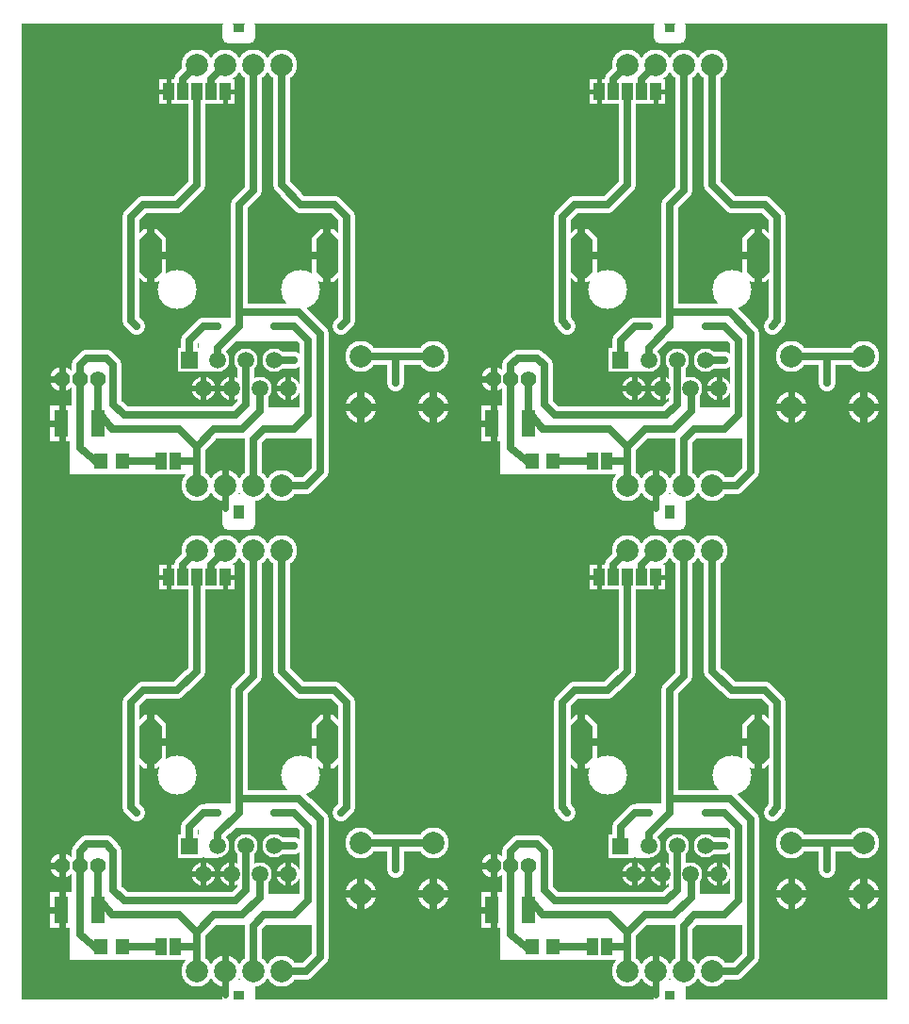
<source format=gbr>
%FSLAX34Y34*%
%MOMM*%
%LNCOPPER_BOTTOM*%
G71*
G01*
%ADD10C, 3.500*%
%ADD11C, 2.100*%
%ADD12C, 2.200*%
%ADD13C, 2.800*%
%ADD14C, 1.500*%
%ADD15C, 1.100*%
%ADD16C, 1.100*%
%ADD17C, 1.000*%
%ADD18C, 0.500*%
%ADD19C, 0.600*%
%ADD20R, 1.800X2.300*%
%ADD21C, 0.400*%
%ADD22C, 0.100*%
%ADD23C, 0.700*%
%ADD24R, 2.100X2.200*%
%ADD25C, 0.667*%
%ADD26C, 1.500*%
%ADD27C, 1.400*%
%ADD28C, 2.000*%
%ADD29C, 0.700*%
%ADD30C, 0.700*%
%ADD31R, 1.000X1.500*%
%ADD32R, 1.300X1.400*%
%LPD*%
G36*
X12Y12D02*
X778012Y12D01*
X778012Y-875988D01*
X12Y-875988D01*
X12Y12D01*
G37*
%LPC*%
X250825Y-238125D02*
G54D10*
D03*
X201613Y-301625D02*
G54D11*
D03*
X188813Y-327025D02*
G54D11*
D03*
X163413Y-327025D02*
G54D11*
D03*
X227013Y-301625D02*
G54D11*
D03*
G36*
X161313Y-312125D02*
X140313Y-312125D01*
X140313Y-291125D01*
X161313Y-291125D01*
X161313Y-312125D01*
G37*
X214213Y-327025D02*
G54D11*
D03*
X239613Y-327025D02*
G54D11*
D03*
X176213Y-301625D02*
G54D11*
D03*
X139700Y-238125D02*
G54D10*
D03*
G36*
X101913Y-192152D02*
X110103Y-183962D01*
X121723Y-183962D01*
X129913Y-192152D01*
X129913Y-223772D01*
X121723Y-231962D01*
X110103Y-231962D01*
X101913Y-223772D01*
X101913Y-192152D01*
G37*
G36*
X260613Y-192152D02*
X268803Y-183962D01*
X280423Y-183962D01*
X288613Y-192152D01*
X288613Y-223772D01*
X280423Y-231962D01*
X268803Y-231962D01*
X260613Y-223772D01*
X260613Y-192152D01*
G37*
X36538Y-319063D02*
G54D12*
D03*
X52388Y-319088D02*
G54D12*
D03*
X68263Y-319088D02*
G54D12*
D03*
X369913Y-344463D02*
G54D13*
D03*
X369888Y-298450D02*
G54D13*
D03*
X304813Y-344463D02*
G54D13*
D03*
X304800Y-298575D02*
G54D13*
D03*
X233363Y-414338D02*
G54D13*
D03*
X207963Y-414338D02*
G54D13*
D03*
X182563Y-414338D02*
G54D13*
D03*
X157163Y-414338D02*
G54D13*
D03*
G54D14*
X214313Y-328613D02*
X214313Y-347663D01*
X198438Y-363538D01*
X173038Y-363538D01*
X157163Y-379413D01*
X157163Y-411163D01*
G54D14*
X68263Y-319088D02*
X68263Y-347663D01*
X80963Y-363538D01*
X141288Y-363538D01*
X157163Y-379413D01*
G54D14*
X201613Y-300038D02*
X201613Y-341313D01*
X192088Y-350838D01*
X92075Y-350838D01*
X82550Y-341313D01*
G54D14*
X82550Y-341313D02*
X82550Y-306388D01*
X76200Y-300038D01*
G54D14*
X76200Y-300038D02*
X58738Y-300038D01*
X52388Y-306388D01*
X52388Y-319088D01*
G54D14*
X268300Y-301613D02*
X268300Y-401625D01*
X255600Y-414325D01*
X233375Y-414325D01*
X287350Y-271450D02*
G54D15*
D03*
X227013Y-271462D02*
G54D16*
D03*
G54D14*
X268300Y-301613D02*
X268300Y-277800D01*
X249250Y-258750D01*
X103188Y-363538D02*
G54D15*
D03*
X336550Y-322263D02*
G54D15*
D03*
G54D14*
X227013Y-301625D02*
X244475Y-301625D01*
X103200Y-271450D02*
G54D15*
D03*
X176213Y-271462D02*
G54D15*
D03*
X244475Y-301625D02*
G54D15*
D03*
X185800Y-436563D02*
G54D17*
D03*
X185800Y-433388D02*
G54D17*
D03*
X185800Y-430213D02*
G54D17*
D03*
X185800Y-427038D02*
G54D17*
D03*
X188975Y-427038D02*
G54D17*
D03*
X192150Y-427038D02*
G54D17*
D03*
X195325Y-427038D02*
G54D17*
D03*
X198500Y-427038D02*
G54D17*
D03*
X201675Y-427038D02*
G54D17*
D03*
X204850Y-427038D02*
G54D17*
D03*
X204850Y-430213D02*
G54D17*
D03*
X204850Y-433388D02*
G54D17*
D03*
X204850Y-436563D02*
G54D17*
D03*
X185800Y-3175D02*
G54D17*
D03*
X185800Y-6350D02*
G54D17*
D03*
X185800Y-9525D02*
G54D17*
D03*
X185800Y-12700D02*
G54D17*
D03*
X188975Y-12700D02*
G54D17*
D03*
X192150Y-12700D02*
G54D17*
D03*
X195325Y-12700D02*
G54D17*
D03*
X198500Y-12700D02*
G54D17*
D03*
X201675Y-12700D02*
G54D17*
D03*
X204850Y-12700D02*
G54D17*
D03*
X204850Y-9525D02*
G54D17*
D03*
X204850Y-6350D02*
G54D17*
D03*
X204850Y-3175D02*
G54D17*
D03*
X185800Y-438150D02*
G54D17*
D03*
X204850Y-438150D02*
G54D17*
D03*
X204850Y-434975D02*
G54D17*
D03*
X204850Y-431800D02*
G54D17*
D03*
X204850Y-428625D02*
G54D17*
D03*
X203263Y-427038D02*
G54D17*
D03*
X200088Y-427038D02*
G54D17*
D03*
X196913Y-427038D02*
G54D17*
D03*
X193738Y-427038D02*
G54D17*
D03*
X190563Y-427038D02*
G54D17*
D03*
X187388Y-427038D02*
G54D17*
D03*
X185800Y-428625D02*
G54D17*
D03*
X185800Y-431800D02*
G54D17*
D03*
X185800Y-434975D02*
G54D17*
D03*
X185800Y-4762D02*
G54D17*
D03*
X185800Y-7938D02*
G54D17*
D03*
X185800Y-11112D02*
G54D17*
D03*
X187388Y-12700D02*
G54D17*
D03*
X190563Y-12700D02*
G54D17*
D03*
X193738Y-12700D02*
G54D17*
D03*
X196913Y-12700D02*
G54D17*
D03*
X200088Y-12700D02*
G54D17*
D03*
X203263Y-12700D02*
G54D17*
D03*
X204850Y-11112D02*
G54D17*
D03*
X204850Y-7938D02*
G54D17*
D03*
X204850Y-4762D02*
G54D17*
D03*
X185800Y-1588D02*
G54D17*
D03*
X204850Y-1588D02*
G54D17*
D03*
G54D18*
X163525Y-327013D02*
X149238Y-327013D01*
G54D18*
X188925Y-327013D02*
X163525Y-327013D01*
G54D18*
X228613Y-327013D02*
X239725Y-327013D01*
G54D18*
X163525Y-339713D02*
X163525Y-314313D01*
G54D18*
X188925Y-339713D02*
X188925Y-314313D01*
G54D18*
X239725Y-339713D02*
X239725Y-314313D01*
G54D19*
X182575Y-396863D02*
X182575Y-434963D01*
G54D19*
X34938Y-358763D02*
X19063Y-358763D01*
G54D19*
X36525Y-304788D02*
X36525Y-331775D01*
G54D19*
X34938Y-319075D02*
X20650Y-319075D01*
G54D19*
X36525Y-339713D02*
X36525Y-376225D01*
X169875Y-60312D02*
G54D20*
D03*
X144475Y-60312D02*
G54D20*
D03*
X182575Y-60312D02*
G54D20*
D03*
X157175Y-60312D02*
G54D20*
D03*
G54D14*
X157175Y-36500D02*
X144475Y-49200D01*
X144475Y-55550D01*
G54D14*
X182575Y-36500D02*
X169875Y-49200D01*
X169875Y-57138D01*
X131775Y-60312D02*
G54D20*
D03*
G54D21*
X182575Y-60312D02*
X182575Y-74600D01*
G54D21*
X182575Y-60312D02*
X195275Y-60312D01*
G54D21*
X131775Y-60312D02*
X117488Y-60312D01*
G54D21*
X131775Y-42850D02*
X131775Y-77775D01*
G36*
X57113Y-344463D02*
X274613Y-344463D01*
X274613Y-371463D01*
X57113Y-371463D01*
X57113Y-344463D01*
G37*
G54D22*
X57113Y-344463D02*
X274613Y-344463D01*
X274613Y-371463D01*
X57113Y-371463D01*
X57113Y-344463D01*
G54D14*
X157175Y-60312D02*
X157175Y-144450D01*
X139713Y-161912D01*
G54D14*
X139713Y-161912D02*
X109550Y-161912D01*
X98438Y-173025D01*
G54D14*
X233375Y-36500D02*
X233375Y-144450D01*
X250838Y-161912D01*
G54D14*
X250838Y-161912D02*
X281000Y-161912D01*
X292113Y-173025D01*
G54D14*
X304813Y-298438D02*
X369900Y-298438D01*
G54D14*
X150825Y-301613D02*
X150825Y-284150D01*
X163525Y-271450D01*
X176225Y-271450D01*
G54D14*
X227025Y-271450D02*
X244488Y-271450D01*
X257188Y-284150D01*
G54D14*
X257188Y-284150D02*
X257188Y-350825D01*
X244488Y-363525D01*
G54D14*
X244488Y-363525D02*
X217500Y-363525D01*
X207975Y-373050D01*
X207975Y-414325D01*
G54D14*
X249250Y-258750D02*
X195275Y-258750D01*
G54D14*
X292113Y-173025D02*
X292113Y-266688D01*
X287350Y-271450D01*
G54D14*
X336563Y-322250D02*
X336576Y-298425D01*
G36*
X158813Y-276162D02*
X176213Y-276162D01*
X176213Y-311163D01*
X158813Y-311163D01*
X158813Y-276162D01*
G37*
G54D22*
X158813Y-276162D02*
X176213Y-276162D01*
X176213Y-311163D01*
X158813Y-311163D01*
X158813Y-276162D01*
G36*
X54013Y-303163D02*
X80975Y-303163D01*
X80975Y-312763D01*
X54013Y-312763D01*
X54013Y-303150D01*
X54013Y-303163D01*
G37*
G54D22*
X54013Y-303163D02*
X80975Y-303163D01*
X80975Y-312763D01*
X54013Y-312763D01*
X54013Y-303150D01*
X54013Y-303163D01*
G54D23*
X115900Y-207950D02*
X136538Y-207950D01*
G54D23*
X254012Y-207950D02*
X274650Y-207950D01*
G54D23*
X115900Y-179375D02*
X115900Y-234938D01*
G54D23*
X274650Y-179375D02*
X274650Y-234938D01*
G36*
X249212Y-284162D02*
X165113Y-284162D01*
X165113Y-263562D01*
X249212Y-263562D01*
X249212Y-284162D01*
G37*
G54D22*
X249212Y-284162D02*
X165113Y-284162D01*
X165113Y-263562D01*
X249212Y-263562D01*
X249212Y-284162D01*
G54D14*
X98350Y-173025D02*
X98350Y-266688D01*
X103113Y-271450D01*
G54D14*
X176225Y-300025D02*
X176225Y-290500D01*
X195275Y-271450D01*
X195275Y-161912D01*
G54D14*
X195275Y-161912D02*
X207975Y-149212D01*
X207975Y-36500D01*
G54D14*
X52400Y-319075D02*
X52400Y-380988D01*
X69863Y-395275D01*
X125425Y-392100D02*
G54D20*
D03*
X138125Y-392100D02*
G54D20*
D03*
G54D14*
X90451Y-392100D02*
X125425Y-392100D01*
G54D14*
X157175Y-392100D02*
X138125Y-392100D01*
G36*
X42913Y-371450D02*
X152413Y-371463D01*
X152413Y-403250D01*
X42875Y-403213D01*
X42913Y-371450D01*
G37*
G54D22*
X42913Y-371450D02*
X152413Y-371463D01*
X152413Y-403250D01*
X42875Y-403213D01*
X42913Y-371450D01*
X71451Y-392100D02*
G54D24*
D03*
X90451Y-392100D02*
G54D24*
D03*
G36*
X58276Y-342762D02*
X78276Y-342762D01*
X78276Y-374762D01*
X58276Y-374762D01*
X58276Y-342762D01*
G37*
G36*
X25476Y-342762D02*
X45476Y-342762D01*
X45476Y-374762D01*
X25476Y-374762D01*
X25476Y-342762D01*
G37*
X157163Y-36462D02*
G54D13*
D03*
X182563Y-36462D02*
G54D13*
D03*
X207963Y-36462D02*
G54D13*
D03*
X233363Y-36462D02*
G54D13*
D03*
G36*
X63500Y-325438D02*
X63500Y-344463D01*
X57075Y-344463D01*
X57075Y-325438D01*
X63500Y-325438D01*
G37*
G54D22*
X63500Y-325438D02*
X63500Y-344463D01*
X57075Y-344463D01*
X57075Y-325438D01*
X63500Y-325438D01*
X638175Y-238125D02*
G54D10*
D03*
X588962Y-301625D02*
G54D11*
D03*
X576162Y-327025D02*
G54D11*
D03*
X550762Y-327025D02*
G54D11*
D03*
X614362Y-301625D02*
G54D11*
D03*
G36*
X548662Y-312125D02*
X527662Y-312125D01*
X527662Y-291125D01*
X548662Y-291125D01*
X548662Y-312125D01*
G37*
X601562Y-327025D02*
G54D11*
D03*
X626962Y-327025D02*
G54D11*
D03*
X563562Y-301625D02*
G54D11*
D03*
X527050Y-238125D02*
G54D10*
D03*
G36*
X489262Y-192152D02*
X497452Y-183962D01*
X509072Y-183962D01*
X517262Y-192152D01*
X517262Y-223772D01*
X509072Y-231962D01*
X497452Y-231962D01*
X489262Y-223772D01*
X489262Y-192152D01*
G37*
G36*
X647962Y-192152D02*
X656152Y-183962D01*
X667772Y-183962D01*
X675962Y-192152D01*
X675962Y-223772D01*
X667772Y-231962D01*
X656152Y-231962D01*
X647962Y-223772D01*
X647962Y-192152D01*
G37*
X423888Y-319063D02*
G54D12*
D03*
X439738Y-319088D02*
G54D12*
D03*
X455612Y-319088D02*
G54D12*
D03*
X757262Y-344463D02*
G54D13*
D03*
X757238Y-298450D02*
G54D13*
D03*
X692162Y-344463D02*
G54D13*
D03*
X692150Y-298575D02*
G54D13*
D03*
X620712Y-414338D02*
G54D13*
D03*
X595312Y-414338D02*
G54D13*
D03*
X569912Y-414338D02*
G54D13*
D03*
X544512Y-414338D02*
G54D13*
D03*
G54D14*
X601662Y-328613D02*
X601662Y-347663D01*
X585788Y-363538D01*
X560388Y-363538D01*
X544512Y-379413D01*
X544512Y-411163D01*
G54D14*
X455612Y-319088D02*
X455612Y-347663D01*
X468312Y-363538D01*
X528638Y-363538D01*
X544512Y-379413D01*
G54D14*
X588962Y-300038D02*
X588962Y-341313D01*
X579438Y-350838D01*
X479425Y-350838D01*
X469900Y-341313D01*
G54D14*
X469900Y-341313D02*
X469900Y-306388D01*
X463550Y-300038D01*
G54D14*
X463550Y-300038D02*
X446088Y-300038D01*
X439738Y-306388D01*
X439738Y-319088D01*
G54D14*
X655650Y-301613D02*
X655650Y-401625D01*
X642950Y-414325D01*
X620725Y-414325D01*
X674700Y-271450D02*
G54D15*
D03*
X614362Y-271462D02*
G54D16*
D03*
G54D14*
X655650Y-301613D02*
X655650Y-277800D01*
X636600Y-258750D01*
X490538Y-363538D02*
G54D15*
D03*
X723900Y-322263D02*
G54D15*
D03*
G54D14*
X614362Y-301625D02*
X631825Y-301625D01*
X490550Y-271450D02*
G54D15*
D03*
X563562Y-271462D02*
G54D15*
D03*
X631825Y-301625D02*
G54D15*
D03*
X573150Y-436563D02*
G54D17*
D03*
X573150Y-433388D02*
G54D17*
D03*
X573150Y-430213D02*
G54D17*
D03*
X573150Y-427038D02*
G54D17*
D03*
X576325Y-427038D02*
G54D17*
D03*
X579500Y-427038D02*
G54D17*
D03*
X582675Y-427038D02*
G54D17*
D03*
X585850Y-427038D02*
G54D17*
D03*
X589025Y-427038D02*
G54D17*
D03*
X592200Y-427038D02*
G54D17*
D03*
X592200Y-430213D02*
G54D17*
D03*
X592200Y-433388D02*
G54D17*
D03*
X592200Y-436563D02*
G54D17*
D03*
X573150Y-3175D02*
G54D17*
D03*
X573150Y-6350D02*
G54D17*
D03*
X573150Y-9525D02*
G54D17*
D03*
X573150Y-12700D02*
G54D17*
D03*
X576325Y-12700D02*
G54D17*
D03*
X579500Y-12700D02*
G54D17*
D03*
X582675Y-12700D02*
G54D17*
D03*
X585850Y-12700D02*
G54D17*
D03*
X589025Y-12700D02*
G54D17*
D03*
X592200Y-12700D02*
G54D17*
D03*
X592200Y-9525D02*
G54D17*
D03*
X592200Y-6350D02*
G54D17*
D03*
X592200Y-3175D02*
G54D17*
D03*
X573150Y-438150D02*
G54D17*
D03*
X592200Y-438150D02*
G54D17*
D03*
X592200Y-434975D02*
G54D17*
D03*
X592200Y-431800D02*
G54D17*
D03*
X592200Y-428625D02*
G54D17*
D03*
X590612Y-427038D02*
G54D17*
D03*
X587438Y-427038D02*
G54D17*
D03*
X584262Y-427038D02*
G54D17*
D03*
X581088Y-427038D02*
G54D17*
D03*
X577912Y-427038D02*
G54D17*
D03*
X574738Y-427038D02*
G54D17*
D03*
X573150Y-428625D02*
G54D17*
D03*
X573150Y-431800D02*
G54D17*
D03*
X573150Y-434975D02*
G54D17*
D03*
X573150Y-4763D02*
G54D17*
D03*
X573150Y-7938D02*
G54D17*
D03*
X573150Y-11113D02*
G54D17*
D03*
X574738Y-12700D02*
G54D17*
D03*
X577912Y-12700D02*
G54D17*
D03*
X581088Y-12700D02*
G54D17*
D03*
X584262Y-12700D02*
G54D17*
D03*
X587438Y-12700D02*
G54D17*
D03*
X590612Y-12700D02*
G54D17*
D03*
X592200Y-11113D02*
G54D17*
D03*
X592200Y-7938D02*
G54D17*
D03*
X592200Y-4763D02*
G54D17*
D03*
X573150Y-1588D02*
G54D17*
D03*
X592200Y-1588D02*
G54D17*
D03*
G54D18*
X550875Y-327013D02*
X536588Y-327013D01*
G54D18*
X576275Y-327013D02*
X550875Y-327013D01*
G54D18*
X615962Y-327013D02*
X627075Y-327013D01*
G54D18*
X550875Y-339713D02*
X550875Y-314313D01*
G54D18*
X576275Y-339713D02*
X576275Y-314313D01*
G54D18*
X627075Y-339713D02*
X627075Y-314313D01*
G54D19*
X569925Y-396863D02*
X569925Y-434963D01*
G54D19*
X422288Y-358763D02*
X406412Y-358763D01*
G54D19*
X423875Y-304788D02*
X423875Y-331775D01*
G54D19*
X422288Y-319075D02*
X408000Y-319075D01*
G54D19*
X423875Y-339713D02*
X423875Y-376225D01*
X557225Y-60313D02*
G54D20*
D03*
X531825Y-60313D02*
G54D20*
D03*
X569925Y-60313D02*
G54D20*
D03*
X544525Y-60313D02*
G54D20*
D03*
G54D14*
X544525Y-36500D02*
X531825Y-49200D01*
X531825Y-55550D01*
G54D14*
X569925Y-36500D02*
X557225Y-49200D01*
X557225Y-57138D01*
X519125Y-60313D02*
G54D20*
D03*
G54D21*
X569925Y-60313D02*
X569925Y-74600D01*
G54D21*
X569925Y-60313D02*
X582625Y-60313D01*
G54D21*
X519125Y-60313D02*
X504838Y-60313D01*
G54D21*
X519125Y-42850D02*
X519125Y-77775D01*
G36*
X444462Y-344463D02*
X661962Y-344463D01*
X661962Y-371463D01*
X444462Y-371463D01*
X444462Y-344463D01*
G37*
G54D22*
X444462Y-344463D02*
X661962Y-344463D01*
X661962Y-371463D01*
X444462Y-371463D01*
X444462Y-344463D01*
G54D14*
X544525Y-60313D02*
X544525Y-144450D01*
X527062Y-161913D01*
G54D14*
X527062Y-161913D02*
X496900Y-161913D01*
X485788Y-173025D01*
G54D14*
X620725Y-36500D02*
X620725Y-144450D01*
X638188Y-161913D01*
G54D14*
X638188Y-161913D02*
X668350Y-161913D01*
X679462Y-173025D01*
G54D14*
X692162Y-298438D02*
X757250Y-298438D01*
G54D14*
X538175Y-301613D02*
X538175Y-284150D01*
X550875Y-271450D01*
X563575Y-271450D01*
G54D14*
X614375Y-271450D02*
X631838Y-271450D01*
X644538Y-284150D01*
G54D14*
X644538Y-284150D02*
X644538Y-350825D01*
X631838Y-363525D01*
G54D14*
X631838Y-363525D02*
X604850Y-363525D01*
X595325Y-373050D01*
X595325Y-414325D01*
G54D14*
X636600Y-258750D02*
X582625Y-258750D01*
G54D14*
X679462Y-173025D02*
X679462Y-266688D01*
X674700Y-271450D01*
G54D14*
X723913Y-322250D02*
X723926Y-298425D01*
G36*
X546162Y-276162D02*
X563562Y-276162D01*
X563562Y-311163D01*
X546162Y-311163D01*
X546162Y-276162D01*
G37*
G54D22*
X546162Y-276162D02*
X563562Y-276162D01*
X563562Y-311163D01*
X546162Y-311163D01*
X546162Y-276162D01*
G36*
X441362Y-303163D02*
X468325Y-303163D01*
X468325Y-312763D01*
X441362Y-312763D01*
X441362Y-303150D01*
X441362Y-303163D01*
G37*
G54D22*
X441362Y-303163D02*
X468325Y-303163D01*
X468325Y-312763D01*
X441362Y-312763D01*
X441362Y-303150D01*
X441362Y-303163D01*
G54D23*
X503250Y-207950D02*
X523888Y-207950D01*
G54D23*
X641362Y-207950D02*
X662000Y-207950D01*
G54D23*
X503250Y-179375D02*
X503250Y-234938D01*
G54D23*
X662000Y-179375D02*
X662000Y-234938D01*
G36*
X636562Y-284162D02*
X552462Y-284162D01*
X552462Y-263562D01*
X636562Y-263562D01*
X636562Y-284162D01*
G37*
G54D22*
X636562Y-284162D02*
X552462Y-284162D01*
X552462Y-263562D01*
X636562Y-263562D01*
X636562Y-284162D01*
G54D14*
X485700Y-173025D02*
X485700Y-266688D01*
X490462Y-271450D01*
G54D14*
X563575Y-300025D02*
X563575Y-290500D01*
X582625Y-271450D01*
X582625Y-161913D01*
G54D14*
X582625Y-161913D02*
X595325Y-149213D01*
X595325Y-36500D01*
G54D14*
X439750Y-319075D02*
X439750Y-380988D01*
X457212Y-395275D01*
X512775Y-392100D02*
G54D20*
D03*
X525475Y-392100D02*
G54D20*
D03*
G54D14*
X477800Y-392100D02*
X512775Y-392100D01*
G54D14*
X544525Y-392100D02*
X525475Y-392100D01*
G36*
X430262Y-371450D02*
X539762Y-371463D01*
X539762Y-403250D01*
X430225Y-403213D01*
X430262Y-371450D01*
G37*
G54D22*
X430262Y-371450D02*
X539762Y-371463D01*
X539762Y-403250D01*
X430225Y-403213D01*
X430262Y-371450D01*
X458800Y-392100D02*
G54D24*
D03*
X477800Y-392100D02*
G54D24*
D03*
G36*
X445626Y-342762D02*
X465626Y-342762D01*
X465626Y-374762D01*
X445626Y-374762D01*
X445626Y-342762D01*
G37*
G36*
X412826Y-342762D02*
X432826Y-342762D01*
X432826Y-374762D01*
X412826Y-374762D01*
X412826Y-342762D01*
G37*
X544512Y-36463D02*
G54D13*
D03*
X569912Y-36463D02*
G54D13*
D03*
X595312Y-36463D02*
G54D13*
D03*
X620712Y-36463D02*
G54D13*
D03*
G36*
X450850Y-325438D02*
X450850Y-344463D01*
X444425Y-344463D01*
X444425Y-325438D01*
X450850Y-325438D01*
G37*
G54D22*
X450850Y-325438D02*
X450850Y-344463D01*
X444425Y-344463D01*
X444425Y-325438D01*
X450850Y-325438D01*
X250825Y-674688D02*
G54D10*
D03*
X201613Y-738188D02*
G54D11*
D03*
X188813Y-763588D02*
G54D11*
D03*
X163413Y-763588D02*
G54D11*
D03*
X227013Y-738188D02*
G54D11*
D03*
G36*
X161313Y-748688D02*
X140313Y-748688D01*
X140313Y-727688D01*
X161313Y-727688D01*
X161313Y-748688D01*
G37*
X214213Y-763588D02*
G54D11*
D03*
X239613Y-763588D02*
G54D11*
D03*
X176213Y-738188D02*
G54D11*
D03*
X139700Y-674688D02*
G54D10*
D03*
G36*
X101913Y-628715D02*
X110103Y-620525D01*
X121723Y-620525D01*
X129913Y-628715D01*
X129913Y-660335D01*
X121723Y-668525D01*
X110103Y-668525D01*
X101913Y-660335D01*
X101913Y-628715D01*
G37*
G36*
X260613Y-628715D02*
X268803Y-620525D01*
X280423Y-620525D01*
X288613Y-628715D01*
X288613Y-660335D01*
X280423Y-668525D01*
X268803Y-668525D01*
X260613Y-660335D01*
X260613Y-628715D01*
G37*
X36538Y-755625D02*
G54D12*
D03*
X52388Y-755650D02*
G54D12*
D03*
X68263Y-755650D02*
G54D12*
D03*
X369913Y-781025D02*
G54D13*
D03*
X369888Y-735013D02*
G54D13*
D03*
X304813Y-781025D02*
G54D13*
D03*
X304800Y-735138D02*
G54D13*
D03*
X233363Y-850900D02*
G54D13*
D03*
X207963Y-850900D02*
G54D13*
D03*
X182563Y-850900D02*
G54D13*
D03*
X157163Y-850900D02*
G54D13*
D03*
G54D14*
X214313Y-765175D02*
X214313Y-784225D01*
X198438Y-800100D01*
X173038Y-800100D01*
X157163Y-815975D01*
X157163Y-847725D01*
G54D14*
X68263Y-755650D02*
X68263Y-784225D01*
X80963Y-800100D01*
X141288Y-800100D01*
X157163Y-815975D01*
G54D14*
X201613Y-736600D02*
X201613Y-777875D01*
X192088Y-787400D01*
X92075Y-787400D01*
X82550Y-777875D01*
G54D14*
X82550Y-777875D02*
X82550Y-742950D01*
X76200Y-736600D01*
G54D14*
X76200Y-736600D02*
X58738Y-736600D01*
X52388Y-742950D01*
X52388Y-755650D01*
G54D14*
X268300Y-738175D02*
X268300Y-838188D01*
X255600Y-850888D01*
X233375Y-850888D01*
X287350Y-708012D02*
G54D15*
D03*
X227013Y-708025D02*
G54D16*
D03*
G54D14*
X268300Y-738175D02*
X268300Y-714362D01*
X249250Y-695312D01*
X103188Y-800100D02*
G54D15*
D03*
X336550Y-758825D02*
G54D15*
D03*
G54D14*
X227013Y-738188D02*
X244475Y-738188D01*
X103200Y-708012D02*
G54D15*
D03*
X176213Y-708025D02*
G54D15*
D03*
X244475Y-738188D02*
G54D15*
D03*
X185800Y-873125D02*
G54D17*
D03*
X185800Y-869950D02*
G54D17*
D03*
X185800Y-866775D02*
G54D17*
D03*
X185800Y-863600D02*
G54D17*
D03*
X188975Y-863600D02*
G54D17*
D03*
X192150Y-863600D02*
G54D17*
D03*
X195325Y-863600D02*
G54D17*
D03*
X198500Y-863600D02*
G54D17*
D03*
X201675Y-863600D02*
G54D17*
D03*
X204850Y-863600D02*
G54D17*
D03*
X204850Y-866775D02*
G54D17*
D03*
X204850Y-869950D02*
G54D17*
D03*
X204850Y-873125D02*
G54D17*
D03*
X185800Y-439738D02*
G54D17*
D03*
X185800Y-442912D02*
G54D17*
D03*
X185800Y-446088D02*
G54D17*
D03*
X185800Y-449262D02*
G54D17*
D03*
X188975Y-449262D02*
G54D17*
D03*
X192150Y-449262D02*
G54D17*
D03*
X195325Y-449262D02*
G54D17*
D03*
X198500Y-449262D02*
G54D17*
D03*
X201675Y-449262D02*
G54D17*
D03*
X204850Y-449262D02*
G54D17*
D03*
X204850Y-446088D02*
G54D17*
D03*
X204850Y-442912D02*
G54D17*
D03*
X204850Y-439738D02*
G54D17*
D03*
X185800Y-874713D02*
G54D17*
D03*
X204850Y-874713D02*
G54D17*
D03*
X204850Y-871538D02*
G54D17*
D03*
X204850Y-868363D02*
G54D17*
D03*
X204850Y-865188D02*
G54D17*
D03*
X203263Y-863600D02*
G54D17*
D03*
X200088Y-863600D02*
G54D17*
D03*
X196913Y-863600D02*
G54D17*
D03*
X193738Y-863600D02*
G54D17*
D03*
X190563Y-863600D02*
G54D17*
D03*
X187388Y-863600D02*
G54D17*
D03*
X185800Y-865188D02*
G54D17*
D03*
X185800Y-868363D02*
G54D17*
D03*
X185800Y-871538D02*
G54D17*
D03*
X185800Y-441325D02*
G54D17*
D03*
X185800Y-444500D02*
G54D17*
D03*
X185800Y-447675D02*
G54D17*
D03*
X187388Y-449262D02*
G54D17*
D03*
X190563Y-449262D02*
G54D17*
D03*
X193738Y-449262D02*
G54D17*
D03*
X196913Y-449262D02*
G54D17*
D03*
X200088Y-449262D02*
G54D17*
D03*
X203263Y-449262D02*
G54D17*
D03*
X204850Y-447675D02*
G54D17*
D03*
X204850Y-444500D02*
G54D17*
D03*
X204850Y-441325D02*
G54D17*
D03*
X185800Y-438150D02*
G54D17*
D03*
X204850Y-438150D02*
G54D17*
D03*
G54D18*
X163525Y-763575D02*
X149238Y-763575D01*
G54D18*
X188925Y-763575D02*
X163525Y-763575D01*
G54D18*
X228613Y-763575D02*
X239725Y-763575D01*
G54D18*
X163525Y-776275D02*
X163525Y-750875D01*
G54D18*
X188925Y-776275D02*
X188925Y-750875D01*
G54D18*
X239725Y-776275D02*
X239725Y-750875D01*
G54D19*
X182575Y-833425D02*
X182575Y-871525D01*
G54D19*
X34938Y-795325D02*
X19063Y-795325D01*
G54D19*
X36525Y-741350D02*
X36525Y-768338D01*
G54D19*
X34938Y-755638D02*
X20650Y-755638D01*
G54D19*
X36525Y-776275D02*
X36525Y-812788D01*
X169875Y-496875D02*
G54D20*
D03*
X144475Y-496875D02*
G54D20*
D03*
X182575Y-496875D02*
G54D20*
D03*
X157175Y-496875D02*
G54D20*
D03*
G54D14*
X157175Y-473062D02*
X144475Y-485762D01*
X144475Y-492112D01*
G54D14*
X182575Y-473062D02*
X169875Y-485762D01*
X169875Y-493700D01*
X131775Y-496875D02*
G54D20*
D03*
G54D21*
X182575Y-496875D02*
X182575Y-511162D01*
G54D21*
X182575Y-496875D02*
X195275Y-496875D01*
G54D21*
X131775Y-496875D02*
X117488Y-496875D01*
G54D21*
X131775Y-479412D02*
X131775Y-514338D01*
G36*
X57113Y-781025D02*
X274613Y-781025D01*
X274613Y-808025D01*
X57113Y-808025D01*
X57113Y-781025D01*
G37*
G54D22*
X57113Y-781025D02*
X274613Y-781025D01*
X274613Y-808025D01*
X57113Y-808025D01*
X57113Y-781025D01*
G54D14*
X157175Y-496875D02*
X157175Y-581012D01*
X139713Y-598475D01*
G54D14*
X139713Y-598475D02*
X109550Y-598475D01*
X98438Y-609588D01*
G54D14*
X233375Y-473062D02*
X233375Y-581012D01*
X250838Y-598475D01*
G54D14*
X250838Y-598475D02*
X281000Y-598475D01*
X292113Y-609588D01*
G54D14*
X304813Y-735000D02*
X369900Y-735000D01*
G54D14*
X150825Y-738175D02*
X150825Y-720712D01*
X163525Y-708012D01*
X176225Y-708012D01*
G54D14*
X227025Y-708012D02*
X244488Y-708012D01*
X257188Y-720712D01*
G54D14*
X257188Y-720712D02*
X257188Y-787388D01*
X244488Y-800088D01*
G54D14*
X244488Y-800088D02*
X217500Y-800088D01*
X207975Y-809613D01*
X207975Y-850888D01*
G54D14*
X249250Y-695312D02*
X195275Y-695312D01*
G54D14*
X292113Y-609588D02*
X292113Y-703250D01*
X287350Y-708012D01*
G54D14*
X336563Y-758812D02*
X336576Y-734987D01*
G36*
X158813Y-712725D02*
X176213Y-712725D01*
X176213Y-747725D01*
X158813Y-747725D01*
X158813Y-712725D01*
G37*
G54D22*
X158813Y-712725D02*
X176213Y-712725D01*
X176213Y-747725D01*
X158813Y-747725D01*
X158813Y-712725D01*
G36*
X54013Y-739725D02*
X80975Y-739725D01*
X80975Y-749325D01*
X54013Y-749325D01*
X54013Y-739713D01*
X54013Y-739725D01*
G37*
G54D22*
X54013Y-739725D02*
X80975Y-739725D01*
X80975Y-749325D01*
X54013Y-749325D01*
X54013Y-739713D01*
X54013Y-739725D01*
G54D23*
X115900Y-644512D02*
X136538Y-644512D01*
G54D23*
X254012Y-644512D02*
X274650Y-644512D01*
G54D23*
X115900Y-615938D02*
X115900Y-671500D01*
G54D23*
X274650Y-615938D02*
X274650Y-671500D01*
G36*
X249212Y-720725D02*
X165113Y-720725D01*
X165113Y-700125D01*
X249212Y-700125D01*
X249212Y-720725D01*
G37*
G54D22*
X249212Y-720725D02*
X165113Y-720725D01*
X165113Y-700125D01*
X249212Y-700125D01*
X249212Y-720725D01*
G54D14*
X98350Y-609588D02*
X98350Y-703250D01*
X103113Y-708012D01*
G54D14*
X176225Y-736588D02*
X176225Y-727063D01*
X195275Y-708012D01*
X195275Y-598475D01*
G54D14*
X195275Y-598475D02*
X207975Y-585775D01*
X207975Y-473062D01*
G54D14*
X52400Y-755638D02*
X52400Y-817550D01*
X69863Y-831838D01*
X125425Y-828663D02*
G54D20*
D03*
X138125Y-828663D02*
G54D20*
D03*
G54D14*
X90451Y-828662D02*
X125425Y-828663D01*
G54D14*
X157175Y-828663D02*
X138125Y-828663D01*
G36*
X42913Y-808013D02*
X152413Y-808025D01*
X152413Y-839813D01*
X42875Y-839775D01*
X42913Y-808013D01*
G37*
G54D22*
X42913Y-808013D02*
X152413Y-808025D01*
X152413Y-839813D01*
X42875Y-839775D01*
X42913Y-808013D01*
X71451Y-828662D02*
G54D24*
D03*
X90451Y-828662D02*
G54D24*
D03*
G36*
X58276Y-779325D02*
X78276Y-779325D01*
X78276Y-811325D01*
X58276Y-811325D01*
X58276Y-779325D01*
G37*
G36*
X25476Y-779325D02*
X45476Y-779325D01*
X45476Y-811325D01*
X25476Y-811325D01*
X25476Y-779325D01*
G37*
X157163Y-473025D02*
G54D13*
D03*
X182563Y-473025D02*
G54D13*
D03*
X207963Y-473025D02*
G54D13*
D03*
X233363Y-473025D02*
G54D13*
D03*
G36*
X63500Y-762000D02*
X63500Y-781025D01*
X57075Y-781025D01*
X57075Y-762000D01*
X63500Y-762000D01*
G37*
G54D22*
X63500Y-762000D02*
X63500Y-781025D01*
X57075Y-781025D01*
X57075Y-762000D01*
X63500Y-762000D01*
X638175Y-674688D02*
G54D10*
D03*
X588962Y-738188D02*
G54D11*
D03*
X576162Y-763588D02*
G54D11*
D03*
X550762Y-763588D02*
G54D11*
D03*
X614362Y-738188D02*
G54D11*
D03*
G36*
X548662Y-748688D02*
X527662Y-748688D01*
X527662Y-727688D01*
X548662Y-727688D01*
X548662Y-748688D01*
G37*
X601562Y-763588D02*
G54D11*
D03*
X626962Y-763588D02*
G54D11*
D03*
X563562Y-738188D02*
G54D11*
D03*
X527050Y-674688D02*
G54D10*
D03*
G36*
X489262Y-628715D02*
X497452Y-620525D01*
X509072Y-620525D01*
X517262Y-628715D01*
X517262Y-660335D01*
X509072Y-668525D01*
X497452Y-668525D01*
X489262Y-660335D01*
X489262Y-628715D01*
G37*
G36*
X647962Y-628715D02*
X656152Y-620525D01*
X667772Y-620525D01*
X675962Y-628715D01*
X675962Y-660335D01*
X667772Y-668525D01*
X656152Y-668525D01*
X647962Y-660335D01*
X647962Y-628715D01*
G37*
X423888Y-755625D02*
G54D12*
D03*
X439738Y-755650D02*
G54D12*
D03*
X455612Y-755650D02*
G54D12*
D03*
X757262Y-781025D02*
G54D13*
D03*
X757238Y-735013D02*
G54D13*
D03*
X692162Y-781025D02*
G54D13*
D03*
X692150Y-735138D02*
G54D13*
D03*
X620712Y-850900D02*
G54D13*
D03*
X595312Y-850900D02*
G54D13*
D03*
X569912Y-850900D02*
G54D13*
D03*
X544512Y-850900D02*
G54D13*
D03*
G54D14*
X601662Y-765175D02*
X601662Y-784225D01*
X585788Y-800100D01*
X560388Y-800100D01*
X544512Y-815975D01*
X544512Y-847725D01*
G54D14*
X455612Y-755650D02*
X455612Y-784225D01*
X468312Y-800100D01*
X528638Y-800100D01*
X544512Y-815975D01*
G54D14*
X588962Y-736600D02*
X588962Y-777875D01*
X579438Y-787400D01*
X479425Y-787400D01*
X469900Y-777875D01*
G54D14*
X469900Y-777875D02*
X469900Y-742950D01*
X463550Y-736600D01*
G54D14*
X463550Y-736600D02*
X446088Y-736600D01*
X439738Y-742950D01*
X439738Y-755650D01*
G54D14*
X655650Y-738175D02*
X655650Y-838188D01*
X642950Y-850888D01*
X620725Y-850888D01*
X674700Y-708012D02*
G54D15*
D03*
X614362Y-708025D02*
G54D16*
D03*
G54D14*
X655650Y-738175D02*
X655650Y-714362D01*
X636600Y-695312D01*
X490538Y-800100D02*
G54D15*
D03*
X723900Y-758825D02*
G54D15*
D03*
G54D14*
X614362Y-738188D02*
X631825Y-738188D01*
X490550Y-708012D02*
G54D15*
D03*
X563562Y-708025D02*
G54D15*
D03*
X631825Y-738188D02*
G54D15*
D03*
X573150Y-873125D02*
G54D17*
D03*
X573150Y-869950D02*
G54D17*
D03*
X573150Y-866775D02*
G54D17*
D03*
X573150Y-863600D02*
G54D17*
D03*
X576325Y-863600D02*
G54D17*
D03*
X579500Y-863600D02*
G54D17*
D03*
X582675Y-863600D02*
G54D17*
D03*
X585850Y-863600D02*
G54D17*
D03*
X589025Y-863600D02*
G54D17*
D03*
X592200Y-863600D02*
G54D17*
D03*
X592200Y-866775D02*
G54D17*
D03*
X592200Y-869950D02*
G54D17*
D03*
X592200Y-873125D02*
G54D17*
D03*
X573150Y-439738D02*
G54D17*
D03*
X573150Y-442912D02*
G54D17*
D03*
X573150Y-446088D02*
G54D17*
D03*
X573150Y-449262D02*
G54D17*
D03*
X576325Y-449262D02*
G54D17*
D03*
X579500Y-449262D02*
G54D17*
D03*
X582675Y-449262D02*
G54D17*
D03*
X585850Y-449262D02*
G54D17*
D03*
X589025Y-449262D02*
G54D17*
D03*
X592200Y-449262D02*
G54D17*
D03*
X592200Y-446088D02*
G54D17*
D03*
X592200Y-442912D02*
G54D17*
D03*
X592200Y-439738D02*
G54D17*
D03*
X573150Y-874713D02*
G54D17*
D03*
X592200Y-874713D02*
G54D17*
D03*
X592200Y-871538D02*
G54D17*
D03*
X592200Y-868363D02*
G54D17*
D03*
X592200Y-865188D02*
G54D17*
D03*
X590612Y-863600D02*
G54D17*
D03*
X587438Y-863600D02*
G54D17*
D03*
X584262Y-863600D02*
G54D17*
D03*
X581088Y-863600D02*
G54D17*
D03*
X577912Y-863600D02*
G54D17*
D03*
X574738Y-863600D02*
G54D17*
D03*
X573150Y-865188D02*
G54D17*
D03*
X573150Y-868363D02*
G54D17*
D03*
X573150Y-871538D02*
G54D17*
D03*
X573150Y-441325D02*
G54D17*
D03*
X573150Y-444500D02*
G54D17*
D03*
X573150Y-447675D02*
G54D17*
D03*
X574738Y-449262D02*
G54D17*
D03*
X577912Y-449262D02*
G54D17*
D03*
X581088Y-449262D02*
G54D17*
D03*
X584262Y-449262D02*
G54D17*
D03*
X587438Y-449262D02*
G54D17*
D03*
X590612Y-449262D02*
G54D17*
D03*
X592200Y-447675D02*
G54D17*
D03*
X592200Y-444500D02*
G54D17*
D03*
X592200Y-441325D02*
G54D17*
D03*
X573150Y-438150D02*
G54D17*
D03*
X592200Y-438150D02*
G54D17*
D03*
G54D18*
X550875Y-763575D02*
X536588Y-763575D01*
G54D18*
X576275Y-763575D02*
X550875Y-763575D01*
G54D18*
X615962Y-763575D02*
X627075Y-763575D01*
G54D18*
X550875Y-776275D02*
X550875Y-750875D01*
G54D18*
X576275Y-776275D02*
X576275Y-750875D01*
G54D18*
X627075Y-776275D02*
X627075Y-750875D01*
G54D19*
X569925Y-833425D02*
X569925Y-871525D01*
G54D19*
X422288Y-795325D02*
X406412Y-795325D01*
G54D19*
X423875Y-741350D02*
X423875Y-768338D01*
G54D19*
X422288Y-755638D02*
X408000Y-755638D01*
G54D19*
X423875Y-776275D02*
X423875Y-812788D01*
X557225Y-496875D02*
G54D20*
D03*
X531825Y-496875D02*
G54D20*
D03*
X569925Y-496875D02*
G54D20*
D03*
X544525Y-496875D02*
G54D20*
D03*
G54D14*
X544525Y-473062D02*
X531825Y-485762D01*
X531825Y-492112D01*
G54D14*
X569925Y-473062D02*
X557225Y-485762D01*
X557225Y-493700D01*
X519125Y-496875D02*
G54D20*
D03*
G54D21*
X569925Y-496875D02*
X569925Y-511162D01*
G54D21*
X569925Y-496875D02*
X582625Y-496875D01*
G54D21*
X519125Y-496875D02*
X504838Y-496875D01*
G54D21*
X519125Y-479412D02*
X519125Y-514338D01*
G36*
X444462Y-781025D02*
X661962Y-781025D01*
X661962Y-808025D01*
X444462Y-808025D01*
X444462Y-781025D01*
G37*
G54D22*
X444462Y-781025D02*
X661962Y-781025D01*
X661962Y-808025D01*
X444462Y-808025D01*
X444462Y-781025D01*
G54D14*
X544525Y-496875D02*
X544525Y-581012D01*
X527062Y-598475D01*
G54D14*
X527062Y-598475D02*
X496900Y-598475D01*
X485788Y-609588D01*
G54D14*
X620725Y-473062D02*
X620725Y-581012D01*
X638188Y-598475D01*
G54D14*
X638188Y-598475D02*
X668350Y-598475D01*
X679462Y-609588D01*
G54D14*
X692162Y-735000D02*
X757250Y-735000D01*
G54D14*
X538175Y-738175D02*
X538175Y-720712D01*
X550875Y-708012D01*
X563575Y-708012D01*
G54D14*
X614375Y-708012D02*
X631838Y-708012D01*
X644538Y-720712D01*
G54D14*
X644538Y-720712D02*
X644538Y-787388D01*
X631838Y-800088D01*
G54D14*
X631838Y-800088D02*
X604850Y-800088D01*
X595325Y-809613D01*
X595325Y-850888D01*
G54D14*
X636600Y-695312D02*
X582625Y-695312D01*
G54D14*
X679462Y-609588D02*
X679462Y-703250D01*
X674700Y-708012D01*
G54D14*
X723913Y-758812D02*
X723926Y-734987D01*
G36*
X546162Y-712725D02*
X563562Y-712725D01*
X563562Y-747725D01*
X546162Y-747725D01*
X546162Y-712725D01*
G37*
G54D22*
X546162Y-712725D02*
X563562Y-712725D01*
X563562Y-747725D01*
X546162Y-747725D01*
X546162Y-712725D01*
G36*
X441362Y-739725D02*
X468325Y-739725D01*
X468325Y-749325D01*
X441362Y-749325D01*
X441362Y-739713D01*
X441362Y-739725D01*
G37*
G54D22*
X441362Y-739725D02*
X468325Y-739725D01*
X468325Y-749325D01*
X441362Y-749325D01*
X441362Y-739713D01*
X441362Y-739725D01*
G54D23*
X503250Y-644512D02*
X523888Y-644512D01*
G54D23*
X641362Y-644512D02*
X662000Y-644512D01*
G54D23*
X503250Y-615938D02*
X503250Y-671500D01*
G54D23*
X662000Y-615938D02*
X662000Y-671500D01*
G36*
X636562Y-720725D02*
X552462Y-720725D01*
X552462Y-700125D01*
X636562Y-700125D01*
X636562Y-720725D01*
G37*
G54D22*
X636562Y-720725D02*
X552462Y-720725D01*
X552462Y-700125D01*
X636562Y-700125D01*
X636562Y-720725D01*
G54D14*
X485700Y-609588D02*
X485700Y-703250D01*
X490462Y-708012D01*
G54D14*
X563575Y-736588D02*
X563575Y-727063D01*
X582625Y-708012D01*
X582625Y-598475D01*
G54D14*
X582625Y-598475D02*
X595325Y-585775D01*
X595325Y-473062D01*
G54D14*
X439750Y-755638D02*
X439750Y-817550D01*
X457212Y-831838D01*
X512775Y-828663D02*
G54D20*
D03*
X525475Y-828663D02*
G54D20*
D03*
G54D14*
X477800Y-828662D02*
X512775Y-828663D01*
G54D14*
X544525Y-828663D02*
X525475Y-828663D01*
G36*
X430262Y-808013D02*
X539762Y-808025D01*
X539762Y-839813D01*
X430225Y-839775D01*
X430262Y-808013D01*
G37*
G54D22*
X430262Y-808013D02*
X539762Y-808025D01*
X539762Y-839813D01*
X430225Y-839775D01*
X430262Y-808013D01*
X458800Y-828662D02*
G54D24*
D03*
X477800Y-828662D02*
G54D24*
D03*
G36*
X445626Y-779325D02*
X465626Y-779325D01*
X465626Y-811325D01*
X445626Y-811325D01*
X445626Y-779325D01*
G37*
G36*
X412826Y-779325D02*
X432826Y-779325D01*
X432826Y-811325D01*
X412826Y-811325D01*
X412826Y-779325D01*
G37*
X544512Y-473025D02*
G54D13*
D03*
X569912Y-473025D02*
G54D13*
D03*
X595312Y-473025D02*
G54D13*
D03*
X620712Y-473025D02*
G54D13*
D03*
G36*
X450850Y-762000D02*
X450850Y-781025D01*
X444425Y-781025D01*
X444425Y-762000D01*
X450850Y-762000D01*
G37*
G54D22*
X450850Y-762000D02*
X450850Y-781025D01*
X444425Y-781025D01*
X444425Y-762000D01*
X450850Y-762000D01*
%LPD*%
G54D25*
G36*
X373246Y-344463D02*
X373246Y-358963D01*
X366579Y-358963D01*
X366579Y-344463D01*
X373246Y-344463D01*
G37*
G36*
X369913Y-347796D02*
X355413Y-347796D01*
X355413Y-341129D01*
X369913Y-341129D01*
X369913Y-347796D01*
G37*
G36*
X366579Y-344463D02*
X366579Y-329963D01*
X373246Y-329963D01*
X373246Y-344463D01*
X366579Y-344463D01*
G37*
G36*
X369913Y-341129D02*
X384413Y-341129D01*
X384413Y-347796D01*
X369913Y-347796D01*
X369913Y-341129D01*
G37*
G54D25*
G36*
X308146Y-344463D02*
X308146Y-358963D01*
X301479Y-358963D01*
X301479Y-344463D01*
X308146Y-344463D01*
G37*
G36*
X304813Y-347796D02*
X290313Y-347796D01*
X290313Y-341129D01*
X304813Y-341129D01*
X304813Y-347796D01*
G37*
G36*
X301479Y-344463D02*
X301479Y-329963D01*
X308146Y-329963D01*
X308146Y-344463D01*
X301479Y-344463D01*
G37*
G36*
X304813Y-341129D02*
X319313Y-341129D01*
X319313Y-347796D01*
X304813Y-347796D01*
X304813Y-341129D01*
G37*
G54D25*
G36*
X760596Y-344463D02*
X760596Y-358963D01*
X753929Y-358963D01*
X753929Y-344463D01*
X760596Y-344463D01*
G37*
G36*
X757262Y-347796D02*
X742762Y-347796D01*
X742762Y-341129D01*
X757262Y-341129D01*
X757262Y-347796D01*
G37*
G36*
X753929Y-344463D02*
X753929Y-329963D01*
X760596Y-329963D01*
X760596Y-344463D01*
X753929Y-344463D01*
G37*
G36*
X757262Y-341129D02*
X771762Y-341129D01*
X771762Y-347796D01*
X757262Y-347796D01*
X757262Y-341129D01*
G37*
G54D25*
G36*
X695496Y-344463D02*
X695496Y-358963D01*
X688829Y-358963D01*
X688829Y-344463D01*
X695496Y-344463D01*
G37*
G36*
X692162Y-347796D02*
X677662Y-347796D01*
X677662Y-341129D01*
X692162Y-341129D01*
X692162Y-347796D01*
G37*
G36*
X688829Y-344463D02*
X688829Y-329963D01*
X695496Y-329963D01*
X695496Y-344463D01*
X688829Y-344463D01*
G37*
G36*
X692162Y-341129D02*
X706662Y-341129D01*
X706662Y-347796D01*
X692162Y-347796D01*
X692162Y-341129D01*
G37*
G54D25*
G36*
X373246Y-781025D02*
X373246Y-795525D01*
X366579Y-795525D01*
X366579Y-781025D01*
X373246Y-781025D01*
G37*
G36*
X369913Y-784358D02*
X355413Y-784358D01*
X355413Y-777692D01*
X369913Y-777692D01*
X369913Y-784358D01*
G37*
G36*
X366579Y-781025D02*
X366579Y-766525D01*
X373246Y-766525D01*
X373246Y-781025D01*
X366579Y-781025D01*
G37*
G36*
X369913Y-777692D02*
X384413Y-777692D01*
X384413Y-784358D01*
X369913Y-784358D01*
X369913Y-777692D01*
G37*
G54D25*
G36*
X308146Y-781025D02*
X308146Y-795525D01*
X301479Y-795525D01*
X301479Y-781025D01*
X308146Y-781025D01*
G37*
G36*
X304813Y-784358D02*
X290313Y-784358D01*
X290313Y-777692D01*
X304813Y-777692D01*
X304813Y-784358D01*
G37*
G36*
X301479Y-781025D02*
X301479Y-766525D01*
X308146Y-766525D01*
X308146Y-781025D01*
X301479Y-781025D01*
G37*
G36*
X304813Y-777692D02*
X319313Y-777692D01*
X319313Y-784358D01*
X304813Y-784358D01*
X304813Y-777692D01*
G37*
G54D25*
G36*
X760596Y-781025D02*
X760596Y-795525D01*
X753929Y-795525D01*
X753929Y-781025D01*
X760596Y-781025D01*
G37*
G36*
X757262Y-784358D02*
X742762Y-784358D01*
X742762Y-777692D01*
X757262Y-777692D01*
X757262Y-784358D01*
G37*
G36*
X753929Y-781025D02*
X753929Y-766525D01*
X760596Y-766525D01*
X760596Y-781025D01*
X753929Y-781025D01*
G37*
G36*
X757262Y-777692D02*
X771762Y-777692D01*
X771762Y-784358D01*
X757262Y-784358D01*
X757262Y-777692D01*
G37*
G54D25*
G36*
X695496Y-781025D02*
X695496Y-795525D01*
X688829Y-795525D01*
X688829Y-781025D01*
X695496Y-781025D01*
G37*
G36*
X692162Y-784358D02*
X677662Y-784358D01*
X677662Y-777692D01*
X692162Y-777692D01*
X692162Y-784358D01*
G37*
G36*
X688829Y-781025D02*
X688829Y-766525D01*
X695496Y-766525D01*
X695496Y-781025D01*
X688829Y-781025D01*
G37*
G36*
X692162Y-777692D02*
X706662Y-777692D01*
X706662Y-784358D01*
X692162Y-784358D01*
X692162Y-777692D01*
G37*
X201613Y-301625D02*
G54D26*
D03*
X188813Y-327025D02*
G54D26*
D03*
X163413Y-327025D02*
G54D26*
D03*
X227013Y-301625D02*
G54D26*
D03*
G36*
X158313Y-309125D02*
X143313Y-309125D01*
X143313Y-294125D01*
X158313Y-294125D01*
X158313Y-309125D01*
G37*
X214213Y-327025D02*
G54D26*
D03*
X239613Y-327025D02*
G54D26*
D03*
X176213Y-301625D02*
G54D26*
D03*
G36*
X105913Y-193812D02*
X111763Y-187962D01*
X120063Y-187962D01*
X125913Y-193812D01*
X125913Y-222112D01*
X120063Y-227962D01*
X111763Y-227962D01*
X105913Y-222112D01*
X105913Y-193812D01*
G37*
G36*
X264613Y-193812D02*
X270463Y-187962D01*
X278763Y-187962D01*
X284613Y-193812D01*
X284613Y-222112D01*
X278763Y-227962D01*
X270463Y-227962D01*
X264613Y-222112D01*
X264613Y-193812D01*
G37*
X36538Y-319063D02*
G54D27*
D03*
X52388Y-319088D02*
G54D27*
D03*
X68263Y-319088D02*
G54D27*
D03*
X369913Y-344463D02*
G54D28*
D03*
X369888Y-298450D02*
G54D28*
D03*
X304813Y-344463D02*
G54D28*
D03*
X304800Y-298575D02*
G54D28*
D03*
X233363Y-414338D02*
G54D28*
D03*
X207963Y-414338D02*
G54D28*
D03*
X182563Y-414338D02*
G54D28*
D03*
X157163Y-414338D02*
G54D28*
D03*
G54D23*
X214313Y-328613D02*
X214313Y-347663D01*
X198438Y-363538D01*
X173038Y-363538D01*
X157163Y-379413D01*
X157163Y-411163D01*
G54D23*
X68263Y-319088D02*
X68263Y-347663D01*
X80963Y-363538D01*
X141288Y-363538D01*
X157163Y-379413D01*
G54D23*
X201613Y-300038D02*
X201613Y-341313D01*
X192088Y-350838D01*
X92075Y-350838D01*
X82550Y-341313D01*
G54D23*
X82550Y-341313D02*
X82550Y-306388D01*
X76200Y-300038D01*
G54D23*
X76200Y-300038D02*
X58738Y-300038D01*
X52388Y-306388D01*
X52388Y-319088D01*
G54D23*
X268300Y-301613D02*
X268300Y-401625D01*
X255600Y-414325D01*
X233375Y-414325D01*
X287350Y-271450D02*
G54D29*
D03*
X227013Y-271462D02*
G54D30*
D03*
G54D23*
X268300Y-301613D02*
X268300Y-277800D01*
X249250Y-258750D01*
X103188Y-363538D02*
G54D29*
D03*
X336550Y-322263D02*
G54D29*
D03*
G54D23*
X227013Y-301625D02*
X244475Y-301625D01*
X103200Y-271450D02*
G54D29*
D03*
X176213Y-271462D02*
G54D29*
D03*
X244475Y-301625D02*
G54D29*
D03*
G54D18*
X163525Y-327013D02*
X149238Y-327013D01*
G54D18*
X188925Y-327013D02*
X163525Y-327013D01*
G54D18*
X228613Y-327013D02*
X239725Y-327013D01*
G54D18*
X163525Y-339713D02*
X163525Y-314313D01*
G54D18*
X188925Y-339713D02*
X188925Y-314313D01*
G54D18*
X239725Y-339713D02*
X239725Y-314313D01*
G54D19*
X182575Y-396863D02*
X182575Y-434963D01*
G54D19*
X34938Y-358763D02*
X19063Y-358763D01*
G54D19*
X36525Y-304788D02*
X36525Y-331775D01*
G54D19*
X34938Y-319075D02*
X20650Y-319075D01*
G54D19*
X36525Y-339713D02*
X36525Y-376225D01*
X169875Y-60312D02*
G54D31*
D03*
X144475Y-60312D02*
G54D31*
D03*
X182575Y-60312D02*
G54D31*
D03*
X157175Y-60312D02*
G54D31*
D03*
G54D23*
X157175Y-36500D02*
X144475Y-49200D01*
X144475Y-55550D01*
G54D23*
X182575Y-36500D02*
X169875Y-49200D01*
X169875Y-57138D01*
X131775Y-60312D02*
G54D31*
D03*
G54D21*
X182575Y-60312D02*
X182575Y-74600D01*
G54D21*
X182575Y-60312D02*
X195275Y-60312D01*
G54D21*
X131775Y-60312D02*
X117488Y-60312D01*
G54D21*
X131775Y-42850D02*
X131775Y-77775D01*
G54D23*
X157175Y-60312D02*
X157175Y-144450D01*
X139713Y-161912D01*
G54D23*
X139713Y-161912D02*
X109550Y-161912D01*
X98438Y-173025D01*
G54D23*
X233375Y-36500D02*
X233375Y-144450D01*
X250838Y-161912D01*
G54D23*
X250838Y-161912D02*
X281000Y-161912D01*
X292113Y-173025D01*
G54D23*
X304813Y-298438D02*
X369900Y-298438D01*
G54D23*
X150825Y-301613D02*
X150825Y-284150D01*
X163525Y-271450D01*
X176225Y-271450D01*
G54D23*
X227025Y-271450D02*
X244488Y-271450D01*
X257188Y-284150D01*
G54D23*
X257188Y-284150D02*
X257188Y-350825D01*
X244488Y-363525D01*
G54D23*
X244488Y-363525D02*
X217500Y-363525D01*
X207975Y-373050D01*
X207975Y-414325D01*
G54D23*
X249250Y-258750D02*
X195275Y-258750D01*
G54D23*
X292113Y-173025D02*
X292113Y-266688D01*
X287350Y-271450D01*
G54D23*
X336563Y-322250D02*
X336576Y-298425D01*
G54D23*
X115900Y-207950D02*
X136538Y-207950D01*
G54D23*
X254012Y-207950D02*
X274650Y-207950D01*
G54D23*
X115900Y-179375D02*
X115900Y-234938D01*
G54D23*
X274650Y-179375D02*
X274650Y-234938D01*
G54D23*
X98350Y-173025D02*
X98350Y-266688D01*
X103113Y-271450D01*
G54D23*
X176225Y-300025D02*
X176225Y-290500D01*
X195275Y-271450D01*
X195275Y-161912D01*
G54D23*
X195275Y-161912D02*
X207975Y-149212D01*
X207975Y-36500D01*
G54D23*
X52400Y-319075D02*
X52400Y-380988D01*
X69863Y-395275D01*
X125425Y-392100D02*
G54D31*
D03*
X138125Y-392100D02*
G54D31*
D03*
G54D23*
X90451Y-392100D02*
X125425Y-392100D01*
G54D23*
X157175Y-392100D02*
X138125Y-392100D01*
X71451Y-392100D02*
G54D32*
D03*
X90451Y-392100D02*
G54D32*
D03*
G36*
X62276Y-346762D02*
X74276Y-346762D01*
X74276Y-370762D01*
X62276Y-370762D01*
X62276Y-346762D01*
G37*
G36*
X29476Y-346762D02*
X41476Y-346762D01*
X41476Y-370762D01*
X29476Y-370762D01*
X29476Y-346762D01*
G37*
X157163Y-36462D02*
G54D28*
D03*
X182563Y-36462D02*
G54D28*
D03*
X207963Y-36462D02*
G54D28*
D03*
X233363Y-36462D02*
G54D28*
D03*
X588962Y-301625D02*
G54D26*
D03*
X576162Y-327025D02*
G54D26*
D03*
X550762Y-327025D02*
G54D26*
D03*
X614362Y-301625D02*
G54D26*
D03*
G36*
X545662Y-309125D02*
X530662Y-309125D01*
X530662Y-294125D01*
X545662Y-294125D01*
X545662Y-309125D01*
G37*
X601562Y-327025D02*
G54D26*
D03*
X626962Y-327025D02*
G54D26*
D03*
X563562Y-301625D02*
G54D26*
D03*
G36*
X493262Y-193812D02*
X499112Y-187962D01*
X507412Y-187962D01*
X513262Y-193812D01*
X513262Y-222112D01*
X507412Y-227962D01*
X499112Y-227962D01*
X493262Y-222112D01*
X493262Y-193812D01*
G37*
G36*
X651962Y-193812D02*
X657812Y-187962D01*
X666112Y-187962D01*
X671962Y-193812D01*
X671962Y-222112D01*
X666112Y-227962D01*
X657812Y-227962D01*
X651962Y-222112D01*
X651962Y-193812D01*
G37*
X423888Y-319063D02*
G54D27*
D03*
X439738Y-319088D02*
G54D27*
D03*
X455612Y-319088D02*
G54D27*
D03*
X757262Y-344463D02*
G54D28*
D03*
X757238Y-298450D02*
G54D28*
D03*
X692162Y-344463D02*
G54D28*
D03*
X692150Y-298575D02*
G54D28*
D03*
X620712Y-414338D02*
G54D28*
D03*
X595312Y-414338D02*
G54D28*
D03*
X569912Y-414338D02*
G54D28*
D03*
X544512Y-414338D02*
G54D28*
D03*
G54D23*
X601662Y-328613D02*
X601662Y-347663D01*
X585788Y-363538D01*
X560388Y-363538D01*
X544512Y-379413D01*
X544512Y-411163D01*
G54D23*
X455612Y-319088D02*
X455612Y-347663D01*
X468312Y-363538D01*
X528638Y-363538D01*
X544512Y-379413D01*
G54D23*
X588962Y-300038D02*
X588962Y-341313D01*
X579438Y-350838D01*
X479425Y-350838D01*
X469900Y-341313D01*
G54D23*
X469900Y-341313D02*
X469900Y-306388D01*
X463550Y-300038D01*
G54D23*
X463550Y-300038D02*
X446088Y-300038D01*
X439738Y-306388D01*
X439738Y-319088D01*
G54D23*
X655650Y-301613D02*
X655650Y-401625D01*
X642950Y-414325D01*
X620725Y-414325D01*
X674700Y-271450D02*
G54D29*
D03*
X614362Y-271462D02*
G54D30*
D03*
G54D23*
X655650Y-301613D02*
X655650Y-277800D01*
X636600Y-258750D01*
X490538Y-363538D02*
G54D29*
D03*
X723900Y-322263D02*
G54D29*
D03*
G54D23*
X614362Y-301625D02*
X631825Y-301625D01*
X490550Y-271450D02*
G54D29*
D03*
X563562Y-271462D02*
G54D29*
D03*
X631825Y-301625D02*
G54D29*
D03*
G54D18*
X550875Y-327013D02*
X536588Y-327013D01*
G54D18*
X576275Y-327013D02*
X550875Y-327013D01*
G54D18*
X615962Y-327013D02*
X627075Y-327013D01*
G54D18*
X550875Y-339713D02*
X550875Y-314313D01*
G54D18*
X576275Y-339713D02*
X576275Y-314313D01*
G54D18*
X627075Y-339713D02*
X627075Y-314313D01*
G54D19*
X569925Y-396863D02*
X569925Y-434963D01*
G54D19*
X422288Y-358763D02*
X406412Y-358763D01*
G54D19*
X423875Y-304788D02*
X423875Y-331775D01*
G54D19*
X422288Y-319075D02*
X408000Y-319075D01*
G54D19*
X423875Y-339713D02*
X423875Y-376225D01*
X557225Y-60313D02*
G54D31*
D03*
X531825Y-60313D02*
G54D31*
D03*
X569925Y-60313D02*
G54D31*
D03*
X544525Y-60313D02*
G54D31*
D03*
G54D23*
X544525Y-36500D02*
X531825Y-49200D01*
X531825Y-55550D01*
G54D23*
X569925Y-36500D02*
X557225Y-49200D01*
X557225Y-57138D01*
X519125Y-60313D02*
G54D31*
D03*
G54D21*
X569925Y-60313D02*
X569925Y-74600D01*
G54D21*
X569925Y-60313D02*
X582625Y-60313D01*
G54D21*
X519125Y-60313D02*
X504838Y-60313D01*
G54D21*
X519125Y-42850D02*
X519125Y-77775D01*
G54D23*
X544525Y-60313D02*
X544525Y-144450D01*
X527062Y-161913D01*
G54D23*
X527062Y-161913D02*
X496900Y-161913D01*
X485788Y-173025D01*
G54D23*
X620725Y-36500D02*
X620725Y-144450D01*
X638188Y-161913D01*
G54D23*
X638188Y-161913D02*
X668350Y-161913D01*
X679462Y-173025D01*
G54D23*
X692162Y-298438D02*
X757250Y-298438D01*
G54D23*
X538175Y-301613D02*
X538175Y-284150D01*
X550875Y-271450D01*
X563575Y-271450D01*
G54D23*
X614375Y-271450D02*
X631838Y-271450D01*
X644538Y-284150D01*
G54D23*
X644538Y-284150D02*
X644538Y-350825D01*
X631838Y-363525D01*
G54D23*
X631838Y-363525D02*
X604850Y-363525D01*
X595325Y-373050D01*
X595325Y-414325D01*
G54D23*
X636600Y-258750D02*
X582625Y-258750D01*
G54D23*
X679462Y-173025D02*
X679462Y-266688D01*
X674700Y-271450D01*
G54D23*
X723913Y-322250D02*
X723926Y-298425D01*
G54D23*
X503250Y-207950D02*
X523888Y-207950D01*
G54D23*
X641362Y-207950D02*
X662000Y-207950D01*
G54D23*
X503250Y-179375D02*
X503250Y-234938D01*
G54D23*
X662000Y-179375D02*
X662000Y-234938D01*
G54D23*
X485700Y-173025D02*
X485700Y-266688D01*
X490462Y-271450D01*
G54D23*
X563575Y-300025D02*
X563575Y-290500D01*
X582625Y-271450D01*
X582625Y-161913D01*
G54D23*
X582625Y-161913D02*
X595325Y-149213D01*
X595325Y-36500D01*
G54D23*
X439750Y-319075D02*
X439750Y-380988D01*
X457212Y-395275D01*
X512775Y-392100D02*
G54D31*
D03*
X525475Y-392100D02*
G54D31*
D03*
G54D23*
X477800Y-392100D02*
X512775Y-392100D01*
G54D23*
X544525Y-392100D02*
X525475Y-392100D01*
X458800Y-392100D02*
G54D32*
D03*
X477800Y-392100D02*
G54D32*
D03*
G36*
X449626Y-346762D02*
X461626Y-346762D01*
X461626Y-370762D01*
X449626Y-370762D01*
X449626Y-346762D01*
G37*
G36*
X416826Y-346762D02*
X428826Y-346762D01*
X428826Y-370762D01*
X416826Y-370762D01*
X416826Y-346762D01*
G37*
X544512Y-36463D02*
G54D28*
D03*
X569912Y-36463D02*
G54D28*
D03*
X595312Y-36463D02*
G54D28*
D03*
X620712Y-36463D02*
G54D28*
D03*
X201613Y-738188D02*
G54D26*
D03*
X188813Y-763588D02*
G54D26*
D03*
X163413Y-763588D02*
G54D26*
D03*
X227013Y-738188D02*
G54D26*
D03*
G36*
X158313Y-745688D02*
X143313Y-745688D01*
X143313Y-730688D01*
X158313Y-730688D01*
X158313Y-745688D01*
G37*
X214213Y-763588D02*
G54D26*
D03*
X239613Y-763588D02*
G54D26*
D03*
X176213Y-738188D02*
G54D26*
D03*
G36*
X105913Y-630375D02*
X111763Y-624525D01*
X120063Y-624525D01*
X125913Y-630375D01*
X125913Y-658675D01*
X120063Y-664525D01*
X111763Y-664525D01*
X105913Y-658675D01*
X105913Y-630375D01*
G37*
G36*
X264613Y-630375D02*
X270463Y-624525D01*
X278763Y-624525D01*
X284613Y-630375D01*
X284613Y-658675D01*
X278763Y-664525D01*
X270463Y-664525D01*
X264613Y-658675D01*
X264613Y-630375D01*
G37*
X36538Y-755625D02*
G54D27*
D03*
X52388Y-755650D02*
G54D27*
D03*
X68263Y-755650D02*
G54D27*
D03*
X369913Y-781025D02*
G54D28*
D03*
X369888Y-735013D02*
G54D28*
D03*
X304813Y-781025D02*
G54D28*
D03*
X304800Y-735138D02*
G54D28*
D03*
X233363Y-850900D02*
G54D28*
D03*
X207963Y-850900D02*
G54D28*
D03*
X182563Y-850900D02*
G54D28*
D03*
X157163Y-850900D02*
G54D28*
D03*
G54D23*
X214313Y-765175D02*
X214313Y-784225D01*
X198438Y-800100D01*
X173038Y-800100D01*
X157163Y-815975D01*
X157163Y-847725D01*
G54D23*
X68263Y-755650D02*
X68263Y-784225D01*
X80963Y-800100D01*
X141288Y-800100D01*
X157163Y-815975D01*
G54D23*
X201613Y-736600D02*
X201613Y-777875D01*
X192088Y-787400D01*
X92075Y-787400D01*
X82550Y-777875D01*
G54D23*
X82550Y-777875D02*
X82550Y-742950D01*
X76200Y-736600D01*
G54D23*
X76200Y-736600D02*
X58738Y-736600D01*
X52388Y-742950D01*
X52388Y-755650D01*
G54D23*
X268300Y-738175D02*
X268300Y-838188D01*
X255600Y-850888D01*
X233375Y-850888D01*
X287350Y-708012D02*
G54D29*
D03*
X227013Y-708025D02*
G54D30*
D03*
G54D23*
X268300Y-738175D02*
X268300Y-714362D01*
X249250Y-695312D01*
X103188Y-800100D02*
G54D29*
D03*
X336550Y-758825D02*
G54D29*
D03*
G54D23*
X227013Y-738188D02*
X244475Y-738188D01*
X103200Y-708012D02*
G54D29*
D03*
X176213Y-708025D02*
G54D29*
D03*
X244475Y-738188D02*
G54D29*
D03*
G54D18*
X163525Y-763575D02*
X149238Y-763575D01*
G54D18*
X188925Y-763575D02*
X163525Y-763575D01*
G54D18*
X228613Y-763575D02*
X239725Y-763575D01*
G54D18*
X163525Y-776275D02*
X163525Y-750875D01*
G54D18*
X188925Y-776275D02*
X188925Y-750875D01*
G54D18*
X239725Y-776275D02*
X239725Y-750875D01*
G54D19*
X182575Y-833425D02*
X182575Y-871525D01*
G54D19*
X34938Y-795325D02*
X19063Y-795325D01*
G54D19*
X36525Y-741350D02*
X36525Y-768338D01*
G54D19*
X34938Y-755638D02*
X20650Y-755638D01*
G54D19*
X36525Y-776275D02*
X36525Y-812788D01*
X169875Y-496875D02*
G54D31*
D03*
X144475Y-496875D02*
G54D31*
D03*
X182575Y-496875D02*
G54D31*
D03*
X157175Y-496875D02*
G54D31*
D03*
G54D23*
X157175Y-473062D02*
X144475Y-485762D01*
X144475Y-492112D01*
G54D23*
X182575Y-473062D02*
X169875Y-485762D01*
X169875Y-493700D01*
X131775Y-496875D02*
G54D31*
D03*
G54D21*
X182575Y-496875D02*
X182575Y-511162D01*
G54D21*
X182575Y-496875D02*
X195275Y-496875D01*
G54D21*
X131775Y-496875D02*
X117488Y-496875D01*
G54D21*
X131775Y-479412D02*
X131775Y-514338D01*
G54D23*
X157175Y-496875D02*
X157175Y-581012D01*
X139713Y-598475D01*
G54D23*
X139713Y-598475D02*
X109550Y-598475D01*
X98438Y-609588D01*
G54D23*
X233375Y-473062D02*
X233375Y-581012D01*
X250838Y-598475D01*
G54D23*
X250838Y-598475D02*
X281000Y-598475D01*
X292113Y-609588D01*
G54D23*
X304813Y-735000D02*
X369900Y-735000D01*
G54D23*
X150825Y-738175D02*
X150825Y-720712D01*
X163525Y-708012D01*
X176225Y-708012D01*
G54D23*
X227025Y-708012D02*
X244488Y-708012D01*
X257188Y-720712D01*
G54D23*
X257188Y-720712D02*
X257188Y-787388D01*
X244488Y-800088D01*
G54D23*
X244488Y-800088D02*
X217500Y-800088D01*
X207975Y-809613D01*
X207975Y-850888D01*
G54D23*
X249250Y-695312D02*
X195275Y-695312D01*
G54D23*
X292113Y-609588D02*
X292113Y-703250D01*
X287350Y-708012D01*
G54D23*
X336563Y-758812D02*
X336576Y-734987D01*
G54D23*
X115900Y-644512D02*
X136538Y-644512D01*
G54D23*
X254012Y-644512D02*
X274650Y-644512D01*
G54D23*
X115900Y-615938D02*
X115900Y-671500D01*
G54D23*
X274650Y-615938D02*
X274650Y-671500D01*
G54D23*
X98350Y-609588D02*
X98350Y-703250D01*
X103113Y-708012D01*
G54D23*
X176225Y-736588D02*
X176225Y-727063D01*
X195275Y-708012D01*
X195275Y-598475D01*
G54D23*
X195275Y-598475D02*
X207975Y-585775D01*
X207975Y-473062D01*
G54D23*
X52400Y-755638D02*
X52400Y-817550D01*
X69863Y-831838D01*
X125425Y-828663D02*
G54D31*
D03*
X138125Y-828663D02*
G54D31*
D03*
G54D23*
X90451Y-828662D02*
X125425Y-828663D01*
G54D23*
X157175Y-828663D02*
X138125Y-828663D01*
X71451Y-828662D02*
G54D32*
D03*
X90451Y-828662D02*
G54D32*
D03*
G36*
X62276Y-783325D02*
X74276Y-783325D01*
X74276Y-807325D01*
X62276Y-807325D01*
X62276Y-783325D01*
G37*
G36*
X29476Y-783325D02*
X41476Y-783325D01*
X41476Y-807325D01*
X29476Y-807325D01*
X29476Y-783325D01*
G37*
X157163Y-473025D02*
G54D28*
D03*
X182563Y-473025D02*
G54D28*
D03*
X207963Y-473025D02*
G54D28*
D03*
X233363Y-473025D02*
G54D28*
D03*
X588962Y-738188D02*
G54D26*
D03*
X576162Y-763588D02*
G54D26*
D03*
X550762Y-763588D02*
G54D26*
D03*
X614362Y-738188D02*
G54D26*
D03*
G36*
X545662Y-745688D02*
X530662Y-745688D01*
X530662Y-730688D01*
X545662Y-730688D01*
X545662Y-745688D01*
G37*
X601562Y-763588D02*
G54D26*
D03*
X626962Y-763588D02*
G54D26*
D03*
X563562Y-738188D02*
G54D26*
D03*
G36*
X493262Y-630375D02*
X499112Y-624525D01*
X507412Y-624525D01*
X513262Y-630375D01*
X513262Y-658675D01*
X507412Y-664525D01*
X499112Y-664525D01*
X493262Y-658675D01*
X493262Y-630375D01*
G37*
G36*
X651962Y-630375D02*
X657812Y-624525D01*
X666112Y-624525D01*
X671962Y-630375D01*
X671962Y-658675D01*
X666112Y-664525D01*
X657812Y-664525D01*
X651962Y-658675D01*
X651962Y-630375D01*
G37*
X423888Y-755625D02*
G54D27*
D03*
X439738Y-755650D02*
G54D27*
D03*
X455612Y-755650D02*
G54D27*
D03*
X757262Y-781025D02*
G54D28*
D03*
X757238Y-735013D02*
G54D28*
D03*
X692162Y-781025D02*
G54D28*
D03*
X692150Y-735138D02*
G54D28*
D03*
X620712Y-850900D02*
G54D28*
D03*
X595312Y-850900D02*
G54D28*
D03*
X569912Y-850900D02*
G54D28*
D03*
X544512Y-850900D02*
G54D28*
D03*
G54D23*
X601662Y-765175D02*
X601662Y-784225D01*
X585788Y-800100D01*
X560388Y-800100D01*
X544512Y-815975D01*
X544512Y-847725D01*
G54D23*
X455612Y-755650D02*
X455612Y-784225D01*
X468312Y-800100D01*
X528638Y-800100D01*
X544512Y-815975D01*
G54D23*
X588962Y-736600D02*
X588962Y-777875D01*
X579438Y-787400D01*
X479425Y-787400D01*
X469900Y-777875D01*
G54D23*
X469900Y-777875D02*
X469900Y-742950D01*
X463550Y-736600D01*
G54D23*
X463550Y-736600D02*
X446088Y-736600D01*
X439738Y-742950D01*
X439738Y-755650D01*
G54D23*
X655650Y-738175D02*
X655650Y-838188D01*
X642950Y-850888D01*
X620725Y-850888D01*
X674700Y-708012D02*
G54D29*
D03*
X614362Y-708025D02*
G54D30*
D03*
G54D23*
X655650Y-738175D02*
X655650Y-714362D01*
X636600Y-695312D01*
X490538Y-800100D02*
G54D29*
D03*
X723900Y-758825D02*
G54D29*
D03*
G54D23*
X614362Y-738188D02*
X631825Y-738188D01*
X490550Y-708012D02*
G54D29*
D03*
X563562Y-708025D02*
G54D29*
D03*
X631825Y-738188D02*
G54D29*
D03*
G54D18*
X550875Y-763575D02*
X536588Y-763575D01*
G54D18*
X576275Y-763575D02*
X550875Y-763575D01*
G54D18*
X615962Y-763575D02*
X627075Y-763575D01*
G54D18*
X550875Y-776275D02*
X550875Y-750875D01*
G54D18*
X576275Y-776275D02*
X576275Y-750875D01*
G54D18*
X627075Y-776275D02*
X627075Y-750875D01*
G54D19*
X569925Y-833425D02*
X569925Y-871525D01*
G54D19*
X422288Y-795325D02*
X406412Y-795325D01*
G54D19*
X423875Y-741350D02*
X423875Y-768338D01*
G54D19*
X422288Y-755638D02*
X408000Y-755638D01*
G54D19*
X423875Y-776275D02*
X423875Y-812788D01*
X557225Y-496875D02*
G54D31*
D03*
X531825Y-496875D02*
G54D31*
D03*
X569925Y-496875D02*
G54D31*
D03*
X544525Y-496875D02*
G54D31*
D03*
G54D23*
X544525Y-473062D02*
X531825Y-485762D01*
X531825Y-492112D01*
G54D23*
X569925Y-473062D02*
X557225Y-485762D01*
X557225Y-493700D01*
X519125Y-496875D02*
G54D31*
D03*
G54D21*
X569925Y-496875D02*
X569925Y-511162D01*
G54D21*
X569925Y-496875D02*
X582625Y-496875D01*
G54D21*
X519125Y-496875D02*
X504838Y-496875D01*
G54D21*
X519125Y-479412D02*
X519125Y-514338D01*
G54D23*
X544525Y-496875D02*
X544525Y-581012D01*
X527062Y-598475D01*
G54D23*
X527062Y-598475D02*
X496900Y-598475D01*
X485788Y-609588D01*
G54D23*
X620725Y-473062D02*
X620725Y-581012D01*
X638188Y-598475D01*
G54D23*
X638188Y-598475D02*
X668350Y-598475D01*
X679462Y-609588D01*
G54D23*
X692162Y-735000D02*
X757250Y-735000D01*
G54D23*
X538175Y-738175D02*
X538175Y-720712D01*
X550875Y-708012D01*
X563575Y-708012D01*
G54D23*
X614375Y-708012D02*
X631838Y-708012D01*
X644538Y-720712D01*
G54D23*
X644538Y-720712D02*
X644538Y-787388D01*
X631838Y-800088D01*
G54D23*
X631838Y-800088D02*
X604850Y-800088D01*
X595325Y-809613D01*
X595325Y-850888D01*
G54D23*
X636600Y-695312D02*
X582625Y-695312D01*
G54D23*
X679462Y-609588D02*
X679462Y-703250D01*
X674700Y-708012D01*
G54D23*
X723913Y-758812D02*
X723926Y-734987D01*
G54D23*
X503250Y-644512D02*
X523888Y-644512D01*
G54D23*
X641362Y-644512D02*
X662000Y-644512D01*
G54D23*
X503250Y-615938D02*
X503250Y-671500D01*
G54D23*
X662000Y-615938D02*
X662000Y-671500D01*
G54D23*
X485700Y-609588D02*
X485700Y-703250D01*
X490462Y-708012D01*
G54D23*
X563575Y-736588D02*
X563575Y-727063D01*
X582625Y-708012D01*
X582625Y-598475D01*
G54D23*
X582625Y-598475D02*
X595325Y-585775D01*
X595325Y-473062D01*
G54D23*
X439750Y-755638D02*
X439750Y-817550D01*
X457212Y-831838D01*
X512775Y-828663D02*
G54D31*
D03*
X525475Y-828663D02*
G54D31*
D03*
G54D23*
X477800Y-828662D02*
X512775Y-828663D01*
G54D23*
X544525Y-828663D02*
X525475Y-828663D01*
X458800Y-828662D02*
G54D32*
D03*
X477800Y-828662D02*
G54D32*
D03*
G36*
X449626Y-783325D02*
X461626Y-783325D01*
X461626Y-807325D01*
X449626Y-807325D01*
X449626Y-783325D01*
G37*
G36*
X416826Y-783325D02*
X428826Y-783325D01*
X428826Y-807325D01*
X416826Y-807325D01*
X416826Y-783325D01*
G37*
X544512Y-473025D02*
G54D28*
D03*
X569912Y-473025D02*
G54D28*
D03*
X595312Y-473025D02*
G54D28*
D03*
X620712Y-473025D02*
G54D28*
D03*
M02*

</source>
